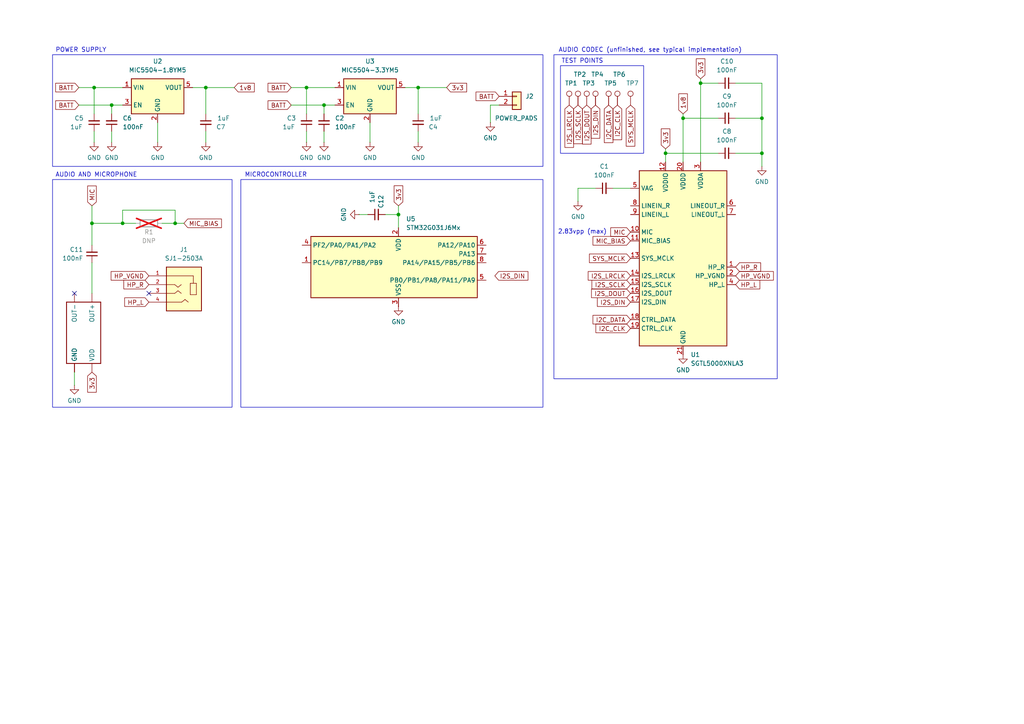
<source format=kicad_sch>
(kicad_sch (version 20231120) (generator "eeschema") (generator_version "8.0")
  (paper "A4")
  (lib_symbols
    (symbol "Audio:SGTL5000XNLA3"
      (property "Reference" "U" (at 0 0 0))
      (property "Value" "SGTL5000XNLA3" (at -5.08 -27.94 0))
      (symbol "SGTL5000XNLA3_0_1"
        (rectangle (start -12.7 25.4) (end 12.7 -25.4) (stroke (width 0.254)) (fill (type background)))
      )
      (symbol "SGTL5000XNLA3_1_1"
        (pin output line (at 15.24 -2.54 180) (length 2.54) (name "HP_R") (number "1"))
        (pin input line (at -15.24 7.62 0) (length 2.54) (name "MIC") (number "10"))
        (pin input line (at -15.24 5.08 0) (length 2.54) (name "MIC_BIAS") (number "11"))
        (pin power_in line (at -5.08 27.94 270) (length 2.54) (name "VDDIO") (number "12"))
        (pin input line (at -15.24 0 0) (length 2.54) (name "SYS_MCLK") (number "13"))
        (pin input line (at -15.24 -5.08 0) (length 2.54) (name "I2S_LRCLK") (number "14"))
        (pin input line (at -15.24 -7.62 0) (length 2.54) (name "I2S_SCLK") (number "15"))
        (pin output line (at -15.24 -10.16 0) (length 2.54) (name "I2S_DOUT") (number "16"))
        (pin input line (at -15.24 -12.7 0) (length 2.54) (name "I2S_DIN") (number "17"))
        (pin input line (at -15.24 -17.78 0) (length 2.54) (name "CTRL_DATA") (number "18"))
        (pin input line (at -15.24 -20.32 0) (length 2.54) (name "CTRL_CLK") (number "19"))
        (pin power_out line (at 15.24 -5.08 180) (length 2.54) (name "HP_VGND") (number "2"))
        (pin power_in line (at 0 27.94 270) (length 2.54) (name "VDDD") (number "20"))
        (pin power_in line (at 0 -27.94 90) (length 2.54) (name "GND") (number "21"))
        (pin power_in line (at 5.08 27.94 270) (length 2.54) (name "VDDA") (number "3"))
        (pin output line (at 15.24 -7.62 180) (length 2.54) (name "HP_L") (number "4"))
        (pin passive line (at -15.24 20.32 0) (length 2.54) (name "VAG") (number "5"))
        (pin output line (at 15.24 15.24 180) (length 2.54) (name "LINEOUT_R") (number "6"))
        (pin output line (at 15.24 12.7 180) (length 2.54) (name "LINEOUT_L") (number "7"))
        (pin input line (at -15.24 15.24 0) (length 2.54) (name "LINEIN_R") (number "8"))
        (pin input line (at -15.24 12.7 0) (length 2.54) (name "LINEIN_L") (number "9"))
      )
    )
    (symbol "Connector:TestPoint" (pin_numbers hide) (pin_names (offset 0.762) hide)
      (property "Reference" "TP" (at 0 6.858 0))
      (property "Value" "TestPoint" (at 0 5.08 0))
      (symbol "TestPoint_0_1"
        (circle (center 0 3.302) (radius 0.762))
      )
      (symbol "TestPoint_1_1"
        (pin passive line (at 0 0 90) (length 2.54) (name "1") (number "1"))
      )
    )
    (symbol "Connector_Generic:Conn_01x02" (pin_names (offset 1.016) hide)
      (property "Reference" "J" (at 0 2.54 0))
      (property "Value" "Conn_01x02" (at 0 -5.08 0))
      (symbol "Conn_01x02_1_1"
        (rectangle (start -1.27 -2.413) (end 0 -2.667) (stroke (width 0.1524)))
        (rectangle (start -1.27 0.127) (end 0 -0.127) (stroke (width 0.1524)))
        (rectangle (start -1.27 1.27) (end 1.27 -3.81) (stroke (width 0.254)) (fill (type background)))
        (pin passive line (at -5.08 0 0) (length 3.81) (name "Pin_1") (number "1"))
        (pin passive line (at -5.08 -2.54 0) (length 3.81) (name "Pin_2") (number "2"))
      )
    )
    (symbol "Device:C_Small" (pin_numbers hide) (pin_names (offset 0.254) hide)
      (property "Reference" "C" (at 0.254 1.778 0))
      (property "Value" "C_Small" (at 0.254 -2.032 0))
      (symbol "C_Small_0_1"
        (polyline (pts (xy -1.524 -0.508) (xy 1.524 -0.508)) (stroke (width 0.3302)))
        (polyline (pts (xy -1.524 0.508) (xy 1.524 0.508)) (stroke (width 0.3048)))
      )
      (symbol "C_Small_1_1"
        (pin passive line (at 0 2.54 270) (length 2.032) (name "~") (number "1"))
        (pin passive line (at 0 -2.54 90) (length 2.032) (name "~") (number "2"))
      )
    )
    (symbol "Device:R" (pin_numbers hide) (pin_names (offset 0))
      (property "Reference" "R" (at 2.032 0 90))
      (property "Value" "R" (at 0 0 90))
      (symbol "R_0_1"
        (rectangle (start -1.016 -2.54) (end 1.016 2.54) (stroke (width 0.254)))
      )
      (symbol "R_1_1"
        (pin passive line (at 0 3.81 270) (length 1.27) (name "~") (number "1"))
        (pin passive line (at 0 -3.81 90) (length 1.27) (name "~") (number "2"))
      )
    )
    (symbol "MCU_ST_STM32G0:STM32G031J6Mx"
      (property "Reference" "U" (at -22.86 11.43 0))
      (property "Value" "STM32G031J6Mx" (at 5.08 11.43 0))
      (symbol "STM32G031J6Mx_0_1"
        (rectangle (start -22.86 -7.62) (end 25.4 10.16) (stroke (width 0.254)) (fill (type background)))
      )
      (symbol "STM32G031J6Mx_1_1"
        (pin bidirectional line (at -25.4 2.54 0) (length 2.54) (name "PC14/PB7/PB8/PB9") (number "1"))
        (pin power_in line (at 2.54 12.7 270) (length 2.54) (name "VDD") (number "2"))
        (pin power_in line (at 2.54 -10.16 90) (length 2.54) (name "VSS") (number "3"))
        (pin bidirectional line (at -25.4 7.62 0) (length 2.54) (name "PF2/PA0/PA1/PA2") (number "4"))
        (pin bidirectional line (at 27.94 -2.54 180) (length 2.54) (name "PB0/PB1/PA8/PA11/PA9") (number "5"))
        (pin bidirectional line (at 27.94 7.62 180) (length 2.54) (name "PA12/PA10") (number "6"))
        (pin bidirectional line (at 27.94 5.08 180) (length 2.54) (name "PA13") (number "7"))
        (pin bidirectional line (at 27.94 2.54 180) (length 2.54) (name "PA14/PA15/PB5/PB6") (number "8"))
      )
    )
    (symbol "Regulator_Linear:MIC5504-1.8YM5"
      (property "Reference" "U" (at -7.62 8.89 0))
      (property "Value" "MIC5504-1.8YM5" (at -7.62 6.35 0))
      (symbol "MIC5504-1.8YM5_0_1"
        (rectangle (start -7.62 -5.08) (end 7.62 5.08) (stroke (width 0.254)) (fill (type background)))
      )
      (symbol "MIC5504-1.8YM5_1_1"
        (pin power_in line (at -10.16 2.54 0) (length 2.54) (name "VIN") (number "1"))
        (pin power_in line (at 0 -7.62 90) (length 2.54) (name "GND") (number "2"))
        (pin input line (at -10.16 -2.54 0) (length 2.54) (name "EN") (number "3"))
        (pin no_connect line (at 7.62 -2.54 180) (length 2.54) hide (name "NC") (number "4"))
        (pin power_out line (at 10.16 2.54 180) (length 2.54) (name "VOUT") (number "5"))
      )
    )
    (symbol "Regulator_Linear:MIC5504-3.3YM5"
      (property "Reference" "U" (at -7.62 8.89 0))
      (property "Value" "MIC5504-3.3YM5" (at -7.62 6.35 0))
      (symbol "MIC5504-3.3YM5_0_1"
        (rectangle (start -7.62 -5.08) (end 7.62 5.08) (stroke (width 0.254)) (fill (type background)))
      )
      (symbol "MIC5504-3.3YM5_1_1"
        (pin power_in line (at -10.16 2.54 0) (length 2.54) (name "VIN") (number "1"))
        (pin power_in line (at 0 -7.62 90) (length 2.54) (name "GND") (number "2"))
        (pin input line (at -10.16 -2.54 0) (length 2.54) (name "EN") (number "3"))
        (pin no_connect line (at 7.62 -2.54 180) (length 2.54) hide (name "NC") (number "4"))
        (pin power_out line (at 10.16 2.54 180) (length 2.54) (name "VOUT") (number "5"))
      )
    )
    (symbol "SJ1-2503A:SJ1-2503A" (pin_names (offset 1.016))
      (property "Reference" "J" (at -5.088 8.1408 0))
      (property "Value" "SJ1-2503A" (at -5.0844 -7.1181 0))
      (symbol "SJ1-2503A_0_0"
        (rectangle (start -5.08 -5.08) (end 5.08 7.62) (stroke (width 0.254)) (fill (type background)))
        (polyline (pts (xy -3.6195 -0.381) (xy -3.6195 2.921)) (stroke (width 0.1524)))
        (polyline (pts (xy -3.6195 2.921) (xy -2.7305 2.921)) (stroke (width 0.1524)))
        (polyline (pts (xy -2.7305 2.921) (xy -1.8415 2.921)) (stroke (width 0.1524)))
        (polyline (pts (xy -2.7305 5.08) (xy -2.7305 2.921)) (stroke (width 0.1524)))
        (polyline (pts (xy -1.8415 -0.381) (xy -3.6195 -0.381)) (stroke (width 0.1524)))
        (polyline (pts (xy -1.8415 2.921) (xy -1.8415 -0.381)) (stroke (width 0.1524)))
        (polyline (pts (xy -0.3175 -1.778) (xy -1.27 -2.54)) (stroke (width 0.1524)))
        (polyline (pts (xy 0.635 -2.54) (xy -0.3175 -1.778)) (stroke (width 0.1524)))
        (polyline (pts (xy 1.7145 0.762) (xy 0.762 0)) (stroke (width 0.1524)))
        (polyline (pts (xy 1.7145 1.778) (xy 0.762 2.54)) (stroke (width 0.1524)))
        (polyline (pts (xy 2.667 0) (xy 1.7145 0.762)) (stroke (width 0.1524)))
        (polyline (pts (xy 2.667 2.54) (xy 1.7145 1.778)) (stroke (width 0.1524)))
        (polyline (pts (xy 4.953 -2.54) (xy 0.635 -2.54)) (stroke (width 0.1524)))
        (polyline (pts (xy 4.953 0) (xy 2.667 0)) (stroke (width 0.1524)))
        (polyline (pts (xy 5.08 2.54) (xy 2.667 2.54)) (stroke (width 0.1524)))
        (polyline (pts (xy 5.08 5.08) (xy -2.7305 5.08)) (stroke (width 0.1524)))
        (pin passive line (at 10.16 5.08 180) (length 5.08) (name "~") (number "1"))
        (pin passive line (at 10.16 2.54 180) (length 5.08) (name "~") (number "2"))
        (pin passive line (at 10.16 0 180) (length 5.08) (name "~") (number "3"))
        (pin passive line (at 10.16 -2.54 180) (length 5.08) (name "~") (number "4"))
      )
    )
    (symbol "SparkFun_Analog_MEMS_Microphone_Breakout_SPH8878LR5H-1-eagle-import:SPH8878LR5H-1"
      (symbol "SPH8878LR5H-1_1_0"
        (polyline (pts (xy -7.62 -4.826) (xy 10.16 -4.826)) (stroke (width 0.254)))
        (polyline (pts (xy -7.62 5.08) (xy -7.62 -4.826)) (stroke (width 0.254)))
        (polyline (pts (xy 10.16 -4.826) (xy 10.16 5.08)) (stroke (width 0.254)))
        (polyline (pts (xy 10.16 5.08) (xy -7.62 5.08)) (stroke (width 0.254)))
        (pin bidirectional line (at 12.7 2.54 180) (length 2.54) (name "OUT+") (number "1"))
        (pin bidirectional line (at -10.16 -2.54 0) (length 2.54) (name "GND") (number "2"))
        (pin bidirectional line (at -10.16 -2.54 0) (length 2.54) (name "GND") (number "3"))
        (pin bidirectional line (at -10.16 -2.54 0) (length 2.54) (name "GND") (number "4"))
        (pin bidirectional line (at -10.16 2.54 0) (length 2.54) (name "VDD") (number "5"))
        (pin bidirectional line (at 12.7 -2.54 180) (length 2.54) (name "OUT-") (number "6"))
      )
    )
    (symbol "power:GND" (power) (pin_numbers hide) (pin_names (offset 0) hide)
      (property "Value" "GND" (at 0 -3.81 0))
      (symbol "GND_0_1"
        (polyline (pts (xy 0 0) (xy 0 -1.27) (xy 1.27 -1.27) (xy 0 -2.54) (xy -1.27 -1.27) (xy 0 -1.27)))
      )
      (symbol "GND_1_1"
        (pin power_in line (at 0 0 270) (length 0) (name "~") (number "1"))
      )
    )
  )
  (junction (at 27.305 25.4))
  (junction (at 115.57 62.23))
  (junction (at 59.69 25.4))
  (junction (at 88.9 25.4))
  (junction (at 50.8 64.77))
  (junction (at 203.2 24.13))
  (junction (at 193.04 44.45))
  (junction (at 121.285 25.4))
  (junction (at 220.98 44.45))
  (junction (at 93.98 30.48))
  (junction (at 35.56 64.77))
  (junction (at 220.98 34.29))
  (junction (at 32.385 30.48))
  (junction (at 198.12 34.29))
  (junction (at 26.67 64.77))
  (no_connect (at 43.18 85.09))
  (no_connect (at 21.59 85.09))
  (wire (pts (xy 88.9 25.4) (xy 97.155 25.4)))
  (wire (pts (xy 27.305 25.4) (xy 27.305 33.02)))
  (wire (pts (xy 59.69 41.275) (xy 59.69 38.1)))
  (wire (pts (xy 26.67 76.2) (xy 26.67 85.09)))
  (wire (pts (xy 104.14 62.23) (xy 106.68 62.23)))
  (wire (pts (xy 21.59 107.95) (xy 21.59 111.76)))
  (wire (pts (xy 26.67 64.77) (xy 35.56 64.77)))
  (wire (pts (xy 88.9 41.275) (xy 88.9 38.1)))
  (wire (pts (xy 111.76 62.23) (xy 115.57 62.23)))
  (wire (pts (xy 50.8 64.77) (xy 53.34 64.77)))
  (wire (pts (xy 167.64 58.42) (xy 167.64 54.61)))
  (wire (pts (xy 35.56 60.96) (xy 50.8 60.96)))
  (wire (pts (xy 93.98 41.275) (xy 93.98 38.1)))
  (wire (pts (xy 203.2 24.13) (xy 208.28 24.13)))
  (wire (pts (xy 193.04 43.18) (xy 193.04 44.45)))
  (wire (pts (xy 220.98 34.29) (xy 220.98 44.45)))
  (wire (pts (xy 203.2 22.86) (xy 203.2 24.13)))
  (wire (pts (xy 213.36 24.13) (xy 220.98 24.13)))
  (wire (pts (xy 50.8 60.96) (xy 50.8 64.77)))
  (wire (pts (xy 45.72 41.275) (xy 45.72 35.56)))
  (wire (pts (xy 177.8 54.61) (xy 182.88 54.61)))
  (wire (pts (xy 198.12 34.29) (xy 198.12 46.99)))
  (wire (pts (xy 198.12 34.29) (xy 208.28 34.29)))
  (wire (pts (xy 213.36 44.45) (xy 220.98 44.45)))
  (wire (pts (xy 213.36 34.29) (xy 220.98 34.29)))
  (wire (pts (xy 88.9 25.4) (xy 88.9 33.02)))
  (wire (pts (xy 22.86 30.48) (xy 32.385 30.48)))
  (wire (pts (xy 84.455 25.4) (xy 88.9 25.4)))
  (wire (pts (xy 121.285 25.4) (xy 121.285 33.02)))
  (wire (pts (xy 67.945 25.4) (xy 59.69 25.4)))
  (wire (pts (xy 115.57 59.69) (xy 115.57 62.23)))
  (wire (pts (xy 115.57 62.23) (xy 115.57 66.04)))
  (wire (pts (xy 93.98 30.48) (xy 97.155 30.48)))
  (wire (pts (xy 203.2 24.13) (xy 203.2 46.99)))
  (wire (pts (xy 198.12 33.02) (xy 198.12 34.29)))
  (wire (pts (xy 32.385 41.275) (xy 32.385 38.1)))
  (wire (pts (xy 59.69 25.4) (xy 55.88 25.4)))
  (wire (pts (xy 220.98 24.13) (xy 220.98 34.29)))
  (wire (pts (xy 26.67 64.77) (xy 26.67 71.12)))
  (wire (pts (xy 193.04 44.45) (xy 193.04 46.99)))
  (wire (pts (xy 220.98 44.45) (xy 220.98 48.26)))
  (wire (pts (xy 59.69 25.4) (xy 59.69 33.02)))
  (wire (pts (xy 129.54 25.4) (xy 121.285 25.4)))
  (wire (pts (xy 142.24 35.56) (xy 142.24 30.48)))
  (wire (pts (xy 32.385 30.48) (xy 35.56 30.48)))
  (wire (pts (xy 193.04 44.45) (xy 208.28 44.45)))
  (wire (pts (xy 121.285 25.4) (xy 117.475 25.4)))
  (wire (pts (xy 35.56 60.96) (xy 35.56 64.77)))
  (wire (pts (xy 107.315 41.275) (xy 107.315 35.56)))
  (wire (pts (xy 26.67 59.69) (xy 26.67 64.77)))
  (wire (pts (xy 22.86 25.4) (xy 27.305 25.4)))
  (wire (pts (xy 27.305 25.4) (xy 35.56 25.4)))
  (wire (pts (xy 93.98 30.48) (xy 93.98 33.02)))
  (wire (pts (xy 121.285 41.275) (xy 121.285 38.1)))
  (wire (pts (xy 46.99 64.77) (xy 50.8 64.77)))
  (wire (pts (xy 35.56 64.77) (xy 39.37 64.77)))
  (wire (pts (xy 167.64 54.61) (xy 172.72 54.61)))
  (wire (pts (xy 84.455 30.48) (xy 93.98 30.48)))
  (wire (pts (xy 27.305 41.275) (xy 27.305 38.1)))
  (wire (pts (xy 142.24 30.48) (xy 144.78 30.48)))
  (wire (pts (xy 32.385 30.48) (xy 32.385 33.02)))
  (rectangle (start 15.24 15.875) (end 157.48 48.26))
  (rectangle (start 69.85 52.07) (end 157.48 118.11))
  (rectangle (start 160.655 15.875) (end 225.425 109.855))
  (rectangle (start 162.56 19.05) (end 186.69 44.45))
  (rectangle (start 15.24 52.07) (end 67.31 118.11))
  (text "MICROCONTROLLER" (at 80.01 50.8 0) (effects (font (size 1.27 1.27))))
  (text "TEST POINTS" (at 168.91 17.78 0) (effects (font (size 1.27 1.27))))
  (text "AUDIO CODEC (unfinished, see typical implementation)" (at 188.595 14.605 0) (effects (font (size 1.27 1.27))))
  (text "AUDIO AND MICROPHONE" (at 27.94 50.8 0) (effects (font (size 1.27 1.27))))
  (text "2.83vpp (max)" (at 168.91 67.31 0) (effects (font (size 1.27 1.27))))
  (text "POWER SUPPLY" (at 23.495 14.605 0) (effects (font (size 1.27 1.27))))
  (global_label "SYS_MCLK" (shape input) (at 182.88 74.93 180) (property "Intersheetrefs" "${INTERSHEET_REFS}" (effects (hide yes))))
  (global_label "MIC" (shape input) (at 182.88 67.31 180) (property "Intersheetrefs" "${INTERSHEET_REFS}" (effects (hide yes))))
  (global_label "3v3" (shape input) (at 129.54 25.4 0) (property "Intersheetrefs" "${INTERSHEET_REFS}" (effects (hide yes))))
  (global_label "1v8" (shape input) (at 198.12 33.02 90) (property "Intersheetrefs" "${INTERSHEET_REFS}" (effects (hide yes))))
  (global_label "BATT" (shape input) (at 144.78 27.94 180) (property "Intersheetrefs" "${INTERSHEET_REFS}" (effects (hide yes))))
  (global_label "I2S_DOUT" (shape input) (at 182.88 85.09 180) (property "Intersheetrefs" "${INTERSHEET_REFS}" (effects (hide yes))))
  (global_label "I2S_DOUT" (shape input) (at 170.18 30.48 270) (property "Intersheetrefs" "${INTERSHEET_REFS}" (effects (hide yes))))
  (global_label "I2S_SCLK" (shape input) (at 167.64 30.48 270) (property "Intersheetrefs" "${INTERSHEET_REFS}" (effects (hide yes))))
  (global_label "I2S_DIN" (shape input) (at 182.88 87.63 180) (property "Intersheetrefs" "${INTERSHEET_REFS}" (effects (hide yes))))
  (global_label "I2C_DATA" (shape input) (at 182.88 92.71 180) (property "Intersheetrefs" "${INTERSHEET_REFS}" (effects (hide yes))))
  (global_label "BATT" (shape input) (at 84.455 25.4 180) (property "Intersheetrefs" "${INTERSHEET_REFS}" (effects (hide yes))))
  (global_label "I2S_DIN" (shape input) (at 143.51 80.01 0) (property "Intersheetrefs" "${INTERSHEET_REFS}" (effects (hide yes))))
  (global_label "I2C_CLK" (shape input) (at 182.88 95.25 180) (property "Intersheetrefs" "${INTERSHEET_REFS}" (effects (hide yes))))
  (global_label "I2C_DATA" (shape input) (at 176.53 30.48 270) (property "Intersheetrefs" "${INTERSHEET_REFS}" (effects (hide yes))))
  (global_label "3v3" (shape input) (at 115.57 59.69 90) (property "Intersheetrefs" "${INTERSHEET_REFS}" (effects (hide yes))))
  (global_label "HP_L" (shape input) (at 213.36 82.55 0) (property "Intersheetrefs" "${INTERSHEET_REFS}" (effects (hide yes))))
  (global_label "3v3" (shape input) (at 203.2 22.86 90) (property "Intersheetrefs" "${INTERSHEET_REFS}" (effects (hide yes))))
  (global_label "BATT" (shape input) (at 22.86 30.48 180) (property "Intersheetrefs" "${INTERSHEET_REFS}" (effects (hide yes))))
  (global_label "HP_R" (shape input) (at 213.36 77.47 0) (property "Intersheetrefs" "${INTERSHEET_REFS}" (effects (hide yes))))
  (global_label "I2S_LRCLK" (shape input) (at 182.88 80.01 180) (property "Intersheetrefs" "${INTERSHEET_REFS}" (effects (hide yes))))
  (global_label "I2S_DIN" (shape input) (at 172.72 30.48 270) (property "Intersheetrefs" "${INTERSHEET_REFS}" (effects (hide yes))))
  (global_label "I2C_CLK" (shape input) (at 179.07 30.48 270) (property "Intersheetrefs" "${INTERSHEET_REFS}" (effects (hide yes))))
  (global_label "I2S_SCLK" (shape input) (at 182.88 82.55 180) (property "Intersheetrefs" "${INTERSHEET_REFS}" (effects (hide yes))))
  (global_label "1v8" (shape input) (at 67.945 25.4 0) (property "Intersheetrefs" "${INTERSHEET_REFS}" (effects (hide yes))))
  (global_label "MIC" (shape input) (at 26.67 59.69 90) (property "Intersheetrefs" "${INTERSHEET_REFS}" (effects (hide yes))))
  (global_label "SYS_MCLK" (shape input) (at 182.88 30.48 270) (property "Intersheetrefs" "${INTERSHEET_REFS}" (effects (hide yes))))
  (global_label "HP_VGND" (shape input) (at 43.18 80.01 180) (property "Intersheetrefs" "${INTERSHEET_REFS}" (effects (hide yes))))
  (global_label "3v3" (shape input) (at 26.67 107.95 270) (property "Intersheetrefs" "${INTERSHEET_REFS}" (effects (hide yes))))
  (global_label "BATT" (shape input) (at 22.86 25.4 180) (property "Intersheetrefs" "${INTERSHEET_REFS}" (effects (hide yes))))
  (global_label "HP_L" (shape input) (at 43.18 87.63 180) (property "Intersheetrefs" "${INTERSHEET_REFS}" (effects (hide yes))))
  (global_label "MIC_BIAS" (shape input) (at 182.88 69.85 180) (property "Intersheetrefs" "${INTERSHEET_REFS}" (effects (hide yes))))
  (global_label "I2S_LRCLK" (shape input) (at 165.1 30.48 270) (property "Intersheetrefs" "${INTERSHEET_REFS}" (effects (hide yes))))
  (global_label "HP_R" (shape input) (at 43.18 82.55 180) (property "Intersheetrefs" "${INTERSHEET_REFS}" (effects (hide yes))))
  (global_label "3v3" (shape input) (at 193.04 43.18 90) (property "Intersheetrefs" "${INTERSHEET_REFS}" (effects (hide yes))))
  (global_label "HP_VGND" (shape input) (at 213.36 80.01 0) (property "Intersheetrefs" "${INTERSHEET_REFS}" (effects (hide yes))))
  (global_label "BATT" (shape input) (at 84.455 30.48 180) (property "Intersheetrefs" "${INTERSHEET_REFS}" (effects (hide yes))))
  (global_label "MIC_BIAS" (shape input) (at 53.34 64.77 0) (property "Intersheetrefs" "${INTERSHEET_REFS}" (effects (hide yes))))
  (symbol (lib_id "power:GND") (at 88.9 41.275 0) (unit 1)
    (property "Reference" "#PWR06" (effects (hide yes)))
    (property "Value" "GND" (at 88.9 45.72 0))
    (property "Description" "Power symbol creates a global label with name \"GND\" , ground" (effects (hide yes)))
  )
  (symbol (lib_id "power:GND") (at 142.24 35.56 0) (unit 1)
    (property "Reference" "#PWR013" (effects (hide yes)))
    (property "Value" "GND" (at 142.24 40.005 0))
    (property "Description" "Power symbol creates a global label with name \"GND\" , ground" (effects (hide yes)))
  )
  (symbol (lib_id "SparkFun_Analog_MEMS_Microphone_Breakout_SPH8878LR5H-1-eagle-import:SPH8878LR5H-1") (at 24.13 97.79 270) (mirror x) (unit 1)
    (property "Reference" "U4" (effects (hide yes)))
    (property "Value" "SPH8878LR5H-1" (effects (hide yes)))
    (property "Footprint" "SparkFun_Analog_MEMS_Microphone_Breakout_SPH8878LR5H-1:SPH8878LR5H-1" (effects (hide yes)))
    (property "Description" "Knowles SPH8878LR5H-1 ANALOG BOTTOM PORT SISONIC™ MICROPHONE\n\nThis is an analog MEMS microphone.\n\nhttps://media.digikey.com/pdf/Data%20Sheets/Knowles%20Acoustics%20PDFs/SPH8878LR5H-1_Lovato_DS.pdf Datasheet\n\nSparkFun Products\n\n• https://www.sparkfun.com/products/18011 SparkFun MEMS Microphone Breakout - SPH8878LR5H-1 (BOB-19389)" (effects (hide yes)))
  )
  (symbol (lib_id "Connector:TestPoint") (at 167.64 30.48 0) (unit 1)
    (property "Reference" "TP2" (at 166.37 21.59 0) (effects (justify left)))
    (property "Value" "TestPoint" (effects (hide yes)))
    (property "Footprint" "TestPoint:TestPoint_Pad_D1.0mm" (effects (hide yes)))
    (property "Description" "test point" (effects (hide yes)))
  )
  (symbol (lib_id "Connector:TestPoint") (at 170.18 30.48 0) (unit 1)
    (property "Reference" "TP3" (at 168.91 24.13 0) (effects (justify left)))
    (property "Value" "TestPoint" (effects (hide yes)))
    (property "Footprint" "TestPoint:TestPoint_Pad_D1.0mm" (effects (hide yes)))
    (property "Description" "test point" (effects (hide yes)))
  )
  (symbol (lib_id "Device:C_Small") (at 59.69 35.56 0) (unit 1)
    (property "Reference" "C7" (at 65.405 36.83 0) (effects (justify right)))
    (property "Value" "1uF" (at 66.675 34.29 0) (effects (justify right)))
    (property "Footprint" "Capacitor_SMD:C_0805_2012Metric_Pad1.18x1.45mm_HandSolder" (effects (hide yes)))
    (property "Description" "Unpolarized capacitor, small symbol" (effects (hide yes)))
  )
  (symbol (lib_id "SJ1-2503A:SJ1-2503A") (at 53.34 85.09 0) (mirror y) (unit 1)
    (property "Reference" "J1" (at 53.34 72.39 0))
    (property "Value" "SJ1-2503A" (at 53.34 74.93 0))
    (property "Footprint" "SJ1_2503A:CUI_SJ1-2503A" (effects (hide yes)))
    (property "MANUFACTURER" "CUI INC" (effects (hide yes)))
    (property "REV" "B" (effects (hide yes)))
    (property "STANDARD" "Manufacturer Recommendation" (effects (hide yes)))
  )
  (symbol (lib_id "MCU_ST_STM32G0:STM32G031J6Mx") (at 113.03 78.74 0) (unit 1)
    (property "Reference" "U5" (at 117.7641 63.5 0) (effects (justify left)))
    (property "Value" "STM32G031J6Mx" (at 117.7641 66.04 0) (effects (justify left)))
    (property "Footprint" "Package_SO:SOIC-8_3.9x4.9mm_P1.27mm" (effects (hide yes)))
    (property "Datasheet" "https://www.st.com/resource/en/datasheet/stm32g031j6.pdf" (effects (hide yes)))
    (property "Description" "STMicroelectronics Arm Cortex-M0+ MCU, 32KB flash, 8KB RAM, 64 MHz, 1.7-3.6V, 6 GPIO, SO8N" (effects (hide yes)))
  )
  (symbol (lib_id "power:GND") (at 104.14 62.23 270) (unit 1)
    (property "Reference" "#PWR015" (effects (hide yes)))
    (property "Value" "GND" (at 99.695 62.23 0))
    (property "Description" "Power symbol creates a global label with name \"GND\" , ground" (effects (hide yes)))
  )
  (symbol (lib_id "Connector:TestPoint") (at 182.88 30.48 0) (unit 1)
    (property "Reference" "TP7" (at 181.61 24.13 0) (effects (justify left)))
    (property "Value" "TestPoint" (effects (hide yes)))
    (property "Footprint" "TestPoint:TestPoint_Pad_D1.0mm" (effects (hide yes)))
    (property "Description" "test point" (effects (hide yes)))
  )
  (symbol (lib_id "Regulator_Linear:MIC5504-3.3YM5") (at 107.315 27.94 0) (unit 1)
    (property "Reference" "U3" (at 107.315 17.78 0))
    (property "Value" "MIC5504-3.3YM5" (at 107.315 20.32 0))
    (property "Footprint" "Package_TO_SOT_SMD:SOT-23-5" (effects (hide yes)))
    (property "Datasheet" "http://ww1.microchip.com/downloads/en/DeviceDoc/MIC550X.pdf" (effects (hide yes)))
    (property "Description" "300mA Low-dropout Voltage Regulator, Vout 3.3V, Vin up to 5.5V, SOT-23" (effects (hide yes)))
  )
  (symbol (lib_id "power:GND") (at 167.64 58.42 0) (unit 1)
    (property "Reference" "#PWR05" (effects (hide yes)))
    (property "Value" "GND" (at 167.64 62.865 0))
    (property "Description" "Power symbol creates a global label with name \"GND\" , ground" (effects (hide yes)))
  )
  (symbol (lib_id "power:GND") (at 59.69 41.275 0) (unit 1)
    (property "Reference" "#PWR012" (effects (hide yes)))
    (property "Value" "GND" (at 59.69 45.72 0))
    (property "Description" "Power symbol creates a global label with name \"GND\" , ground" (effects (hide yes)))
  )
  (symbol (lib_id "Connector:TestPoint") (at 165.1 30.48 0) (unit 1)
    (property "Reference" "TP1" (at 163.83 24.13 0) (effects (justify left)))
    (property "Value" "TestPoint" (effects (hide yes)))
    (property "Footprint" "TestPoint:TestPoint_Pad_D1.0mm" (effects (hide yes)))
    (property "Description" "test point" (effects (hide yes)))
  )
  (symbol (lib_id "Device:C_Small") (at 109.22 62.23 90) (unit 1)
    (property "Reference" "C12" (at 110.49 56.515 0) (effects (justify right)))
    (property "Value" "1uF" (at 107.95 55.245 0) (effects (justify right)))
    (property "Footprint" "Capacitor_SMD:C_0805_2012Metric_Pad1.18x1.45mm_HandSolder" (effects (hide yes)))
    (property "Description" "Unpolarized capacitor, small symbol" (effects (hide yes)))
  )
  (symbol (lib_id "Device:C_Small") (at 175.26 54.61 90) (unit 1)
    (property "Reference" "C1" (at 175.2663 48.26 90))
    (property "Value" "100nF" (at 175.2663 50.8 90))
    (property "Footprint" "Capacitor_SMD:C_0805_2012Metric_Pad1.18x1.45mm_HandSolder" (effects (hide yes)))
    (property "Description" "Unpolarized capacitor, small symbol" (effects (hide yes)))
  )
  (symbol (lib_id "power:GND") (at 107.315 41.275 0) (unit 1)
    (property "Reference" "#PWR04" (effects (hide yes)))
    (property "Value" "GND" (at 107.315 45.72 0))
    (property "Description" "Power symbol creates a global label with name \"GND\" , ground" (effects (hide yes)))
  )
  (symbol (lib_id "Connector_Generic:Conn_01x02") (at 149.86 27.94 0) (unit 1)
    (property "Reference" "J2" (at 152.4 27.9399 0) (effects (justify left)))
    (property "Value" "POWER_PADS" (at 143.51 34.29 0) (effects (justify left)))
    (property "Footprint" "custom:test_2_pad" (effects (hide yes)))
    (property "Description" "Generic connector, single row, 01x02, script generated (kicad-library-utils/schlib/autogen/connector/)" (effects (hide yes)))
  )
  (symbol (lib_id "Device:C_Small") (at 32.385 35.56 180) (unit 1)
    (property "Reference" "C6" (at 35.56 34.2835 0) (effects (justify right)))
    (property "Value" "100nF" (at 35.56 36.8235 0) (effects (justify right)))
    (property "Footprint" "Capacitor_SMD:C_0805_2012Metric_Pad1.18x1.45mm_HandSolder" (effects (hide yes)))
    (property "Description" "Unpolarized capacitor, small symbol" (effects (hide yes)))
  )
  (symbol (lib_id "power:GND") (at 32.385 41.275 0) (unit 1)
    (property "Reference" "#PWR010" (effects (hide yes)))
    (property "Value" "GND" (at 32.385 45.72 0))
    (property "Description" "Power symbol creates a global label with name \"GND\" , ground" (effects (hide yes)))
  )
  (symbol (lib_id "Audio:SGTL5000XNLA3") (at 198.12 74.93 0) (unit 1)
    (property "Reference" "U1" (at 200.3141 102.87 0) (effects (justify left)))
    (property "Value" "SGTL5000XNLA3" (at 200.3141 105.41 0) (effects (justify left)))
    (property "Footprint" "Package_DFN_QFN:QFN-20-1EP_3x3mm_P0.4mm_EP1.65x1.65mm" (effects (hide yes)))
    (property "Datasheet" "https://www.nxp.com/docs/en/data-sheet/SGTL5000.pdf" (effects (hide yes)))
    (property "Description" "Low Power Stereo Codec with Headphone Amp, QFN-20" (effects (hide yes)))
  )
  (symbol (lib_id "power:GND") (at 93.98 41.275 0) (unit 1)
    (property "Reference" "#PWR07" (effects (hide yes)))
    (property "Value" "GND" (at 93.98 45.72 0))
    (property "Description" "Power symbol creates a global label with name \"GND\" , ground" (effects (hide yes)))
  )
  (symbol (lib_id "Device:C_Small") (at 210.82 24.13 90) (unit 1)
    (property "Reference" "C10" (at 210.8263 17.78 90))
    (property "Value" "100nF" (at 210.8263 20.32 90))
    (property "Footprint" "Capacitor_SMD:C_0805_2012Metric_Pad1.18x1.45mm_HandSolder" (effects (hide yes)))
    (property "Description" "Unpolarized capacitor, small symbol" (effects (hide yes)))
  )
  (symbol (lib_id "Connector:TestPoint") (at 176.53 30.48 0) (unit 1)
    (property "Reference" "TP5" (at 175.26 24.13 0) (effects (justify left)))
    (property "Value" "TestPoint" (effects (hide yes)))
    (property "Footprint" "TestPoint:TestPoint_Pad_D1.0mm" (effects (hide yes)))
    (property "Description" "test point" (effects (hide yes)))
  )
  (symbol (lib_id "Device:C_Small") (at 26.67 73.66 0) (mirror x) (unit 1)
    (property "Reference" "C11" (at 24.13 72.3835 0) (effects (justify right)))
    (property "Value" "100nF" (at 24.13 74.9235 0) (effects (justify right)))
    (property "Footprint" "Capacitor_SMD:C_0805_2012Metric_Pad1.18x1.45mm_HandSolder" (effects (hide yes)))
    (property "Description" "Unpolarized capacitor, small symbol" (effects (hide yes)))
  )
  (symbol (lib_id "Device:C_Small") (at 210.82 34.29 90) (unit 1)
    (property "Reference" "C9" (at 210.8263 27.94 90))
    (property "Value" "100nF" (at 210.8263 30.48 90))
    (property "Footprint" "Capacitor_SMD:C_0805_2012Metric_Pad1.18x1.45mm_HandSolder" (effects (hide yes)))
    (property "Description" "Unpolarized capacitor, small symbol" (effects (hide yes)))
  )
  (symbol (lib_id "power:GND") (at 220.98 48.26 0) (unit 1)
    (property "Reference" "#PWR01" (effects (hide yes)))
    (property "Value" "GND" (at 220.98 52.705 0))
    (property "Description" "Power symbol creates a global label with name \"GND\" , ground" (effects (hide yes)))
  )
  (symbol (lib_id "power:GND") (at 45.72 41.275 0) (unit 1)
    (property "Reference" "#PWR011" (effects (hide yes)))
    (property "Value" "GND" (at 45.72 45.72 0))
    (property "Description" "Power symbol creates a global label with name \"GND\" , ground" (effects (hide yes)))
  )
  (symbol (lib_id "power:GND") (at 21.59 111.76 0) (unit 1)
    (property "Reference" "#PWR03" (effects (hide yes)))
    (property "Value" "GND" (at 21.59 116.205 0))
    (property "Description" "Power symbol creates a global label with name \"GND\" , ground" (effects (hide yes)))
  )
  (symbol (lib_id "power:GND") (at 198.12 102.87 0) (unit 1)
    (property "Reference" "#PWR02" (effects (hide yes)))
    (property "Value" "GND" (at 198.12 107.315 0))
    (property "Description" "Power symbol creates a global label with name \"GND\" , ground" (effects (hide yes)))
  )
  (symbol (lib_id "power:GND") (at 115.57 88.9 0) (unit 1)
    (property "Reference" "#PWR014" (effects (hide yes)))
    (property "Value" "GND" (at 115.57 93.345 0))
    (property "Description" "Power symbol creates a global label with name \"GND\" , ground" (effects (hide yes)))
  )
  (symbol (lib_id "Device:C_Small") (at 93.98 35.56 180) (unit 1)
    (property "Reference" "C2" (at 97.155 34.2835 0) (effects (justify right)))
    (property "Value" "100nF" (at 97.155 36.8235 0) (effects (justify right)))
    (property "Footprint" "Capacitor_SMD:C_0805_2012Metric_Pad1.18x1.45mm_HandSolder" (effects (hide yes)))
    (property "Description" "Unpolarized capacitor, small symbol" (effects (hide yes)))
  )
  (symbol (lib_id "power:GND") (at 27.305 41.275 0) (unit 1)
    (property "Reference" "#PWR09" (effects (hide yes)))
    (property "Value" "GND" (at 27.305 45.72 0))
    (property "Description" "Power symbol creates a global label with name \"GND\" , ground" (effects (hide yes)))
  )
  (symbol (lib_id "Device:C_Small") (at 210.82 44.45 90) (unit 1)
    (property "Reference" "C8" (at 210.8263 38.1 90))
    (property "Value" "100nF" (at 210.8263 40.64 90))
    (property "Footprint" "Capacitor_SMD:C_0805_2012Metric_Pad1.18x1.45mm_HandSolder" (effects (hide yes)))
    (property "Description" "Unpolarized capacitor, small symbol" (effects (hide yes)))
  )
  (symbol (lib_id "Device:C_Small") (at 27.305 35.56 180) (unit 1)
    (property "Reference" "C5" (at 21.59 34.29 0) (effects (justify right)))
    (property "Value" "1uF" (at 20.32 36.83 0) (effects (justify right)))
    (property "Footprint" "Capacitor_SMD:C_0805_2012Metric_Pad1.18x1.45mm_HandSolder" (effects (hide yes)))
    (property "Description" "Unpolarized capacitor, small symbol" (effects (hide yes)))
  )
  (symbol (lib_id "Device:C_Small") (at 121.285 35.56 0) (unit 1)
    (property "Reference" "C4" (at 127 36.83 0) (effects (justify right)))
    (property "Value" "1uF" (at 128.27 34.29 0) (effects (justify right)))
    (property "Footprint" "Capacitor_SMD:C_0805_2012Metric_Pad1.18x1.45mm_HandSolder" (effects (hide yes)))
    (property "Description" "Unpolarized capacitor, small symbol" (effects (hide yes)))
  )
  (symbol (lib_id "power:GND") (at 121.285 41.275 0) (unit 1)
    (property "Reference" "#PWR08" (effects (hide yes)))
    (property "Value" "GND" (at 121.285 45.72 0))
    (property "Description" "Power symbol creates a global label with name \"GND\" , ground" (effects (hide yes)))
  )
  (symbol (lib_id "Device:C_Small") (at 88.9 35.56 180) (unit 1)
    (property "Reference" "C3" (at 83.185 34.29 0) (effects (justify right)))
    (property "Value" "1uF" (at 81.915 36.83 0) (effects (justify right)))
    (property "Footprint" "Capacitor_SMD:C_0805_2012Metric_Pad1.18x1.45mm_HandSolder" (effects (hide yes)))
    (property "Description" "Unpolarized capacitor, small symbol" (effects (hide yes)))
  )
  (symbol (lib_id "Regulator_Linear:MIC5504-1.8YM5") (at 45.72 27.94 0) (unit 1)
    (property "Reference" "U2" (at 45.72 17.78 0))
    (property "Value" "MIC5504-1.8YM5" (at 45.72 20.32 0))
    (property "Footprint" "Package_TO_SOT_SMD:SOT-23-5" (effects (hide yes)))
    (property "Datasheet" "http://ww1.microchip.com/downloads/en/DeviceDoc/MIC550X.pdf" (effects (hide yes)))
    (property "Description" "300mA Low-dropout Voltage Regulator, Vout 1.8V, Vin up to 5.5V, SOT-23" (effects (hide yes)))
  )
  (symbol (lib_id "Device:R") (at 43.18 64.77 90) (unit 1) (dnp yes)
    (property "Reference" "R1" (at 43.18 67.31 90))
    (property "Value" "DNP" (at 43.18 69.85 90))
    (property "Footprint" "Resistor_SMD:R_1206_3216Metric_Pad1.30x1.75mm_HandSolder" (effects (hide yes)))
    (property "Description" "Resistor" (effects (hide yes)))
  )
  (symbol (lib_id "Connector:TestPoint") (at 179.07 30.48 0) (unit 1)
    (property "Reference" "TP6" (at 177.8 21.59 0) (effects (justify left)))
    (property "Value" "TestPoint" (effects (hide yes)))
    (property "Footprint" "TestPoint:TestPoint_Pad_D1.0mm" (effects (hide yes)))
    (property "Description" "test point" (effects (hide yes)))
  )
  (symbol (lib_id "Connector:TestPoint") (at 172.72 30.48 0) (unit 1)
    (property "Reference" "TP4" (at 171.45 21.59 0) (effects (justify left)))
    (property "Value" "TestPoint" (effects (hide yes)))
    (property "Footprint" "TestPoint:TestPoint_Pad_D1.0mm" (effects (hide yes)))
    (property "Description" "test point" (effects (hide yes)))
  )
)
</source>
